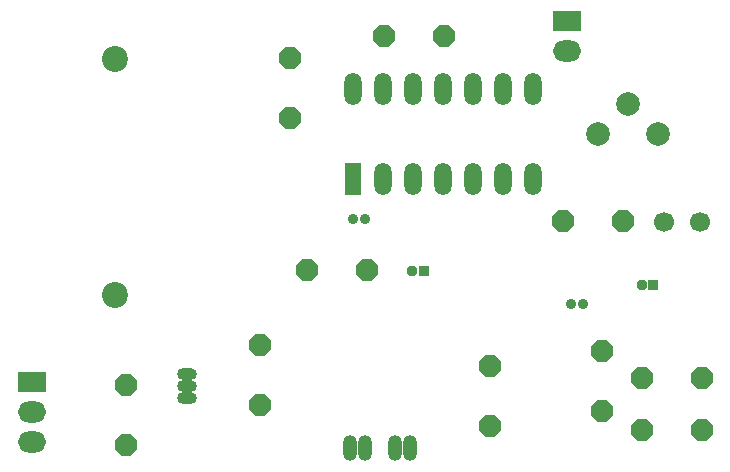
<source format=gbr>
G04 --- HEADER BEGIN --- *
G04 #@! TF.GenerationSoftware,LibrePCB,LibrePCB,0.1.6*
G04 #@! TF.CreationDate,2022-07-20T10:00:17*
G04 #@! TF.ProjectId,Sensor de pulso (Sensor_Pulso),780e052b-a1ef-4dc1-bbf9-e3d6d5305104,v1*
G04 #@! TF.Part,Single*
G04 #@! TF.SameCoordinates*
G04 #@! TF.FileFunction,Soldermask,Bot*
G04 #@! TF.FilePolarity,Negative*
%FSLAX66Y66*%
%MOMM*%
G01*
G75*
G04 --- HEADER END --- *
G04 --- APERTURE LIST BEGIN --- *
%ADD10C,0.9*%
%AMROTATEDOCTAGON11*4,1,8,0.9128,0.378094,0.378094,0.9128,-0.378094,0.9128,-0.9128,0.378094,-0.9128,-0.378094,-0.378094,-0.9128,0.378094,-0.9128,0.9128,-0.378094,0.9128,0.378094,0.0*%
%ADD11ROTATEDOCTAGON11*%
%ADD12O,1.2X2.2*%
%ADD13C,2.0*%
%ADD14O,2.39X1.787*%
%ADD15R,2.39X1.787*%
%ADD16O,1.47X2.74*%
%ADD17R,1.47X2.74*%
%ADD18C,1.7*%
%ADD19R,0.95X0.95*%
%ADD20C,0.95*%
%ADD21O,1.7X1.0*%
%ADD22C,2.2*%
G04 --- APERTURE LIST END --- *
G04 --- BOARD BEGIN --- *
D10*
G04 #@! TO.C,C1*
X34901250Y29210000D03*
X35901250Y29210000D03*
D11*
G04 #@! TO.C,R1*
X15716250Y15160625D03*
X15716250Y10080625D03*
G04 #@! TO.C,R5*
X29606875Y37782500D03*
X29606875Y42862500D03*
D12*
G04 #@! TO.C,?2*
X34686875Y9842500D03*
X35956875Y9842500D03*
X39766875Y9842500D03*
X38496875Y9842500D03*
D11*
G04 #@! TO.C,R8*
X59372500Y11350625D03*
X64452500Y11350625D03*
G04 #@! TO.C,R3*
X46513750Y16748125D03*
X46513750Y11668125D03*
D13*
G04 #@! TO.C,?1*
X55641875Y36433125D03*
X60721875Y36433125D03*
X58181875Y38973125D03*
D11*
G04 #@! TO.C,R9*
X55959375Y18018125D03*
X55959375Y12938125D03*
G04 #@! TO.C,R10*
X52705000Y29051250D03*
X57785000Y29051250D03*
D14*
G04 #@! TO.C,J2*
X7699375Y10318750D03*
D15*
X7699375Y15398750D03*
D14*
X7699375Y12858750D03*
D10*
G04 #@! TO.C,C2*
X54395625Y21986875D03*
X53395625Y21986875D03*
D16*
G04 #@! TO.C,U1*
X45085000Y40243125D03*
X37465000Y32623125D03*
X42545000Y40243125D03*
X37465000Y40243125D03*
X47625000Y32623125D03*
X40005000Y40243125D03*
X50165000Y32623125D03*
X47625000Y40243125D03*
X34925000Y40243125D03*
D17*
X34925000Y32623125D03*
D16*
X45085000Y32623125D03*
X40005000Y32623125D03*
X42545000Y32623125D03*
X50165000Y40243125D03*
D18*
G04 #@! TO.C,LED1*
X61285625Y28971875D03*
X64285625Y28971875D03*
D11*
G04 #@! TO.C,R6*
X36115625Y24923750D03*
X31035625Y24923750D03*
D19*
G04 #@! TO.C,C3*
X40901875Y24844375D03*
D20*
X39901875Y24844375D03*
D14*
G04 #@! TO.C,J1*
X53022500Y43418125D03*
D15*
X53022500Y45958125D03*
D21*
G04 #@! TO.C,T1*
X20875625Y15081250D03*
X20875625Y14081250D03*
X20875625Y16081250D03*
D11*
G04 #@! TO.C,R4*
X37544375Y44688125D03*
X42624375Y44688125D03*
D19*
G04 #@! TO.C,C4*
X60348750Y23653750D03*
D20*
X59348750Y23653750D03*
D22*
G04 #@! TO.C,BT1*
X14763750Y22788750D03*
X14763750Y42788750D03*
D11*
G04 #@! TO.C,R7*
X59372500Y15716250D03*
X64452500Y15716250D03*
G04 #@! TO.C,R2*
X27066875Y18573750D03*
X27066875Y13493750D03*
G04 --- BOARD END --- *
G04 #@! TF.MD5,fffba958145425d888302e599d7ad034*
M02*

</source>
